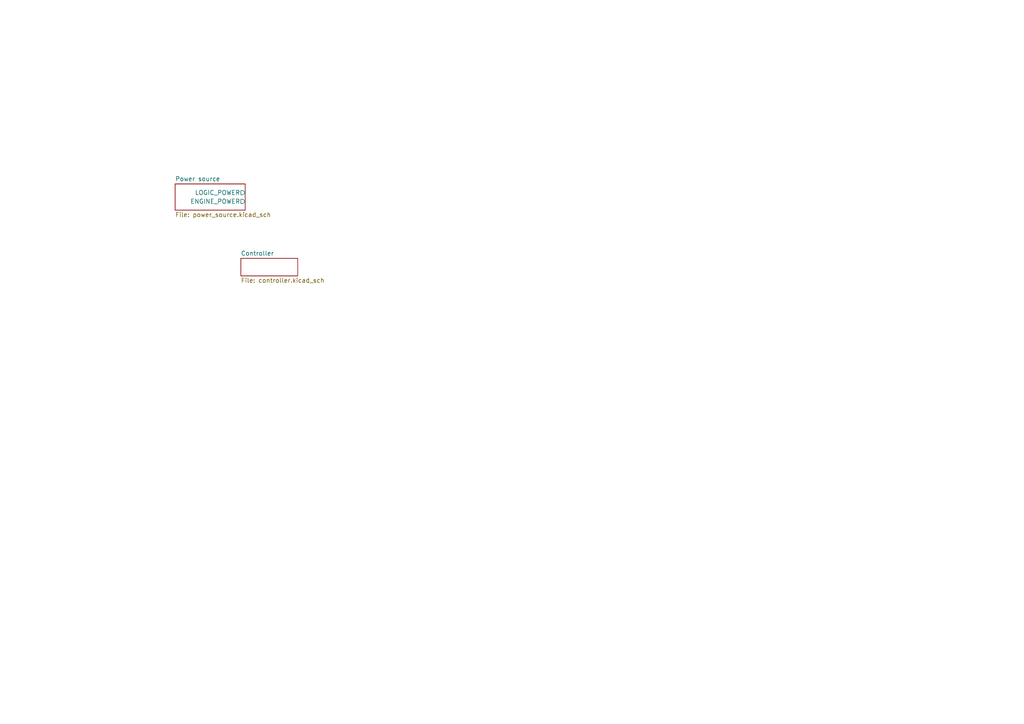
<source format=kicad_sch>
(kicad_sch
	(version 20231120)
	(generator "eeschema")
	(generator_version "8.0")
	(uuid "0fa52890-cfc9-446b-b629-fa909e89f49c")
	(paper "A4")
	(lib_symbols)
	(sheet
		(at 69.85 74.93)
		(size 16.51 5.08)
		(fields_autoplaced yes)
		(stroke
			(width 0.1524)
			(type solid)
		)
		(fill
			(color 0 0 0 0.0000)
		)
		(uuid "27725ca5-6ddc-4d84-b409-e0d169d02b22")
		(property "Sheetname" "Controller"
			(at 69.85 74.2184 0)
			(effects
				(font
					(size 1.27 1.27)
				)
				(justify left bottom)
			)
		)
		(property "Sheetfile" "controller.kicad_sch"
			(at 69.85 80.5946 0)
			(effects
				(font
					(size 1.27 1.27)
				)
				(justify left top)
			)
		)
		(instances
			(project "drive-controller"
				(path "/0fa52890-cfc9-446b-b629-fa909e89f49c"
					(page "3")
				)
			)
		)
	)
	(sheet
		(at 50.8 53.34)
		(size 20.32 7.62)
		(fields_autoplaced yes)
		(stroke
			(width 0.1524)
			(type solid)
		)
		(fill
			(color 0 0 0 0.0000)
		)
		(uuid "42e8e80f-69e6-4b94-9360-8cfb546db3c1")
		(property "Sheetname" "Power source"
			(at 50.8 52.6284 0)
			(effects
				(font
					(size 1.27 1.27)
				)
				(justify left bottom)
			)
		)
		(property "Sheetfile" "power_source.kicad_sch"
			(at 50.8 61.5446 0)
			(effects
				(font
					(size 1.27 1.27)
				)
				(justify left top)
			)
		)
		(pin "LOGIC_POWER" output
			(at 71.12 55.88 0)
			(effects
				(font
					(size 1.27 1.27)
				)
				(justify right)
			)
			(uuid "e29e2d69-0ed7-49be-888e-d3fffb72ea3c")
		)
		(pin "ENGINE_POWER" output
			(at 71.12 58.42 0)
			(effects
				(font
					(size 1.27 1.27)
				)
				(justify right)
			)
			(uuid "59d60a26-0724-4c83-ae84-3e6b3f410320")
		)
		(instances
			(project "drive-controller"
				(path "/0fa52890-cfc9-446b-b629-fa909e89f49c"
					(page "2")
				)
			)
		)
	)
	(sheet_instances
		(path "/"
			(page "1")
		)
	)
)

</source>
